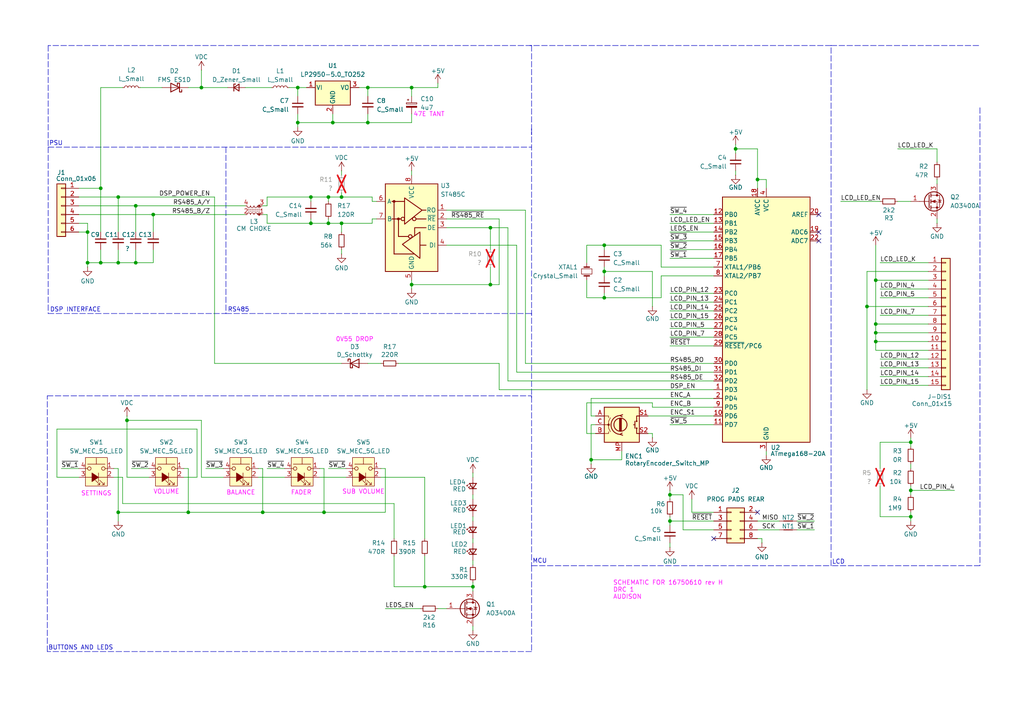
<source format=kicad_sch>
(kicad_sch (version 20231120) (generator "eeschema") (generator_version "8.0")
  (paper "A4")
  (title_block (title "Audison DRC 1") (date "27-08-2024") (rev "A") (company "Jaime Sequeira"))
  (junction (at 171.45 133.35))
  (junction (at 123.19 170.18))
  (junction (at 119.38 82.55))
  (junction (at 175.26 71.12))
  (junction (at 39.37 76.2))
  (junction (at 213.36 43.18))
  (junction (at 264.16 142.24))
  (junction (at 90.17 57.15))
  (junction (at 194.31 143.51))
  (junction (at 95.25 57.15))
  (junction (at 29.21 54.61))
  (junction (at 95.25 64.77))
  (junction (at 25.4 67.31))
  (junction (at 34.29 148.59))
  (junction (at 86.36 35.56))
  (junction (at 142.24 66.04))
  (junction (at 254 93.98))
  (junction (at 194.31 151.13))
  (junction (at 36.83 121.92))
  (junction (at 99.06 57.15))
  (junction (at 86.36 25.4))
  (junction (at 34.29 76.2))
  (junction (at 54.61 148.59))
  (junction (at 58.42 25.4))
  (junction (at 25.4 76.2))
  (junction (at 106.68 35.56))
  (junction (at 264.16 149.86))
  (junction (at 96.52 35.56))
  (junction (at 219.71 52.07))
  (junction (at 119.38 25.4))
  (junction (at 99.06 64.77))
  (junction (at 29.21 76.2))
  (junction (at 90.17 64.77))
  (junction (at 251.46 88.9))
  (junction (at 93.98 148.59))
  (junction (at 44.45 62.23))
  (junction (at 106.68 25.4))
  (junction (at 34.29 57.15))
  (junction (at 39.37 59.69))
  (junction (at 142.24 82.55))
  (junction (at 254 81.28))
  (junction (at 264.16 128.27))
  (junction (at 254 96.52))
  (junction (at 175.26 86.36))
  (junction (at 137.16 170.18))
  (junction (at 254 99.06))
  (junction (at 76.2 148.59))
  (junction (at 175.26 78.74))
  (no_connect (at 207.01 156.21))
  (no_connect (at 237.49 69.85))
  (no_connect (at 219.71 148.59))
  (no_connect (at 237.49 67.31))
  (no_connect (at 237.49 62.23))
  (wire (pts (xy 119.38 81.28) (xy 119.38 82.55)))
  (wire (pts (xy 76.2 135.89) (xy 74.93 135.89)))
  (wire (pts (xy 170.18 86.36) (xy 170.18 81.28)))
  (wire (pts (xy 95.25 57.15) (xy 99.06 57.15)))
  (wire (pts (xy 77.47 64.77) (xy 90.17 64.77)))
  (wire (pts (xy 194.31 143.51) (xy 194.31 144.78)))
  (wire (pts (xy 254 93.98) (xy 254 81.28)))
  (wire (pts (xy 36.83 121.92) (xy 36.83 138.43)))
  (wire (pts (xy 144.78 82.55) (xy 144.78 63.5)))
  (wire (pts (xy 219.71 52.07) (xy 222.25 52.07)))
  (wire (pts (xy 194.31 97.79) (xy 207.01 97.79)))
  (wire (pts (xy 16.51 138.43) (xy 22.86 138.43)))
  (wire (pts (xy 269.24 88.9) (xy 251.46 88.9)))
  (wire (pts (xy 147.32 110.49) (xy 207.01 110.49)))
  (wire (pts (xy 36.83 138.43) (xy 43.18 138.43)))
  (wire (pts (xy 171.45 133.35) (xy 180.34 133.35)))
  (polyline (pts (xy 154.178 164.084) (xy 154.178 188.976)) (stroke (width 0) (type dash)))
  (wire (pts (xy 187.96 120.65) (xy 207.01 120.65)))
  (wire (pts (xy 198.12 143.51) (xy 194.31 143.51)))
  (wire (pts (xy 99.06 55.88) (xy 99.06 57.15)))
  (wire (pts (xy 254 71.12) (xy 254 81.28)))
  (wire (pts (xy 255.27 76.2) (xy 269.24 76.2)))
  (wire (pts (xy 231.14 151.13) (xy 236.22 151.13)))
  (wire (pts (xy 213.36 41.91) (xy 213.36 43.18)))
  (wire (pts (xy 149.86 107.95) (xy 207.01 107.95)))
  (wire (pts (xy 194.31 151.13) (xy 194.31 152.4)))
  (polyline (pts (xy 154.178 114.808) (xy 154.178 115.316)) (stroke (width 0) (type dash)))
  (wire (pts (xy 86.36 25.4) (xy 88.9 25.4)))
  (wire (pts (xy 22.86 54.61) (xy 29.21 54.61)))
  (wire (pts (xy 34.29 148.59) (xy 34.29 135.89)))
  (wire (pts (xy 104.14 25.4) (xy 106.68 25.4)))
  (wire (pts (xy 175.26 86.36) (xy 170.18 86.36)))
  (wire (pts (xy 53.34 138.43) (xy 57.15 138.43)))
  (wire (pts (xy 58.42 121.92) (xy 58.42 138.43)))
  (wire (pts (xy 107.95 64.77) (xy 107.95 63.5)))
  (wire (pts (xy 57.15 124.46) (xy 16.51 124.46)))
  (wire (pts (xy 194.31 72.39) (xy 207.01 72.39)))
  (wire (pts (xy 144.78 63.5) (xy 129.54 63.5)))
  (polyline (pts (xy 13.97 42.672) (xy 154.178 42.672)) (stroke (width 0) (type dash)))
  (wire (pts (xy 194.31 157.48) (xy 194.31 158.75)))
  (wire (pts (xy 39.37 76.2) (xy 44.45 76.2)))
  (wire (pts (xy 142.24 66.04) (xy 147.32 66.04)))
  (wire (pts (xy 95.25 57.15) (xy 95.25 58.42)))
  (wire (pts (xy 54.61 148.59) (xy 54.61 135.89)))
  (wire (pts (xy 119.38 49.53) (xy 119.38 50.8)))
  (wire (pts (xy 77.47 59.69) (xy 77.47 57.15)))
  (wire (pts (xy 189.23 118.11) (xy 189.23 116.84)))
  (wire (pts (xy 54.61 25.4) (xy 58.42 25.4)))
  (wire (pts (xy 264.16 127) (xy 264.16 128.27)))
  (wire (pts (xy 149.86 71.12) (xy 129.54 71.12)))
  (wire (pts (xy 171.45 115.57) (xy 207.01 115.57)))
  (wire (pts (xy 95.25 135.89) (xy 100.33 135.89)))
  (wire (pts (xy 54.61 135.89) (xy 53.34 135.89)))
  (wire (pts (xy 76.2 62.23) (xy 77.47 62.23)))
  (wire (pts (xy 90.17 57.15) (xy 95.25 57.15)))
  (wire (pts (xy 99.06 72.39) (xy 99.06 73.66)))
  (wire (pts (xy 58.42 138.43) (xy 64.77 138.43)))
  (wire (pts (xy 76.2 148.59) (xy 93.98 148.59)))
  (wire (pts (xy 191.77 77.47) (xy 191.77 71.12)))
  (wire (pts (xy 194.31 92.71) (xy 207.01 92.71)))
  (wire (pts (xy 119.38 33.02) (xy 119.38 35.56)))
  (wire (pts (xy 127 176.53) (xy 129.54 176.53)))
  (wire (pts (xy 114.3 146.05) (xy 114.3 156.21)))
  (polyline (pts (xy 154.178 13.208) (xy 153.67 13.208)) (stroke (width 0) (type dash)))
  (wire (pts (xy 17.78 135.89) (xy 22.86 135.89)))
  (wire (pts (xy 175.26 71.12) (xy 175.26 72.39)))
  (wire (pts (xy 152.4 60.96) (xy 129.54 60.96)))
  (wire (pts (xy 264.16 140.97) (xy 264.16 142.24)))
  (wire (pts (xy 170.18 71.12) (xy 175.26 71.12)))
  (wire (pts (xy 25.4 76.2) (xy 29.21 76.2)))
  (wire (pts (xy 93.98 148.59) (xy 111.76 148.59)))
  (wire (pts (xy 58.42 20.32) (xy 58.42 25.4)))
  (wire (pts (xy 99.06 67.31) (xy 99.06 64.77)))
  (wire (pts (xy 254 81.28) (xy 269.24 81.28)))
  (polyline (pts (xy 154.178 90.932) (xy 154.178 91.186)) (stroke (width 0) (type dash)))
  (wire (pts (xy 191.77 86.36) (xy 191.77 80.01)))
  (wire (pts (xy 34.29 57.15) (xy 34.29 67.31)))
  (wire (pts (xy 255.27 128.27) (xy 255.27 135.89)))
  (wire (pts (xy 189.23 125.73) (xy 187.96 125.73)))
  (wire (pts (xy 255.27 106.68) (xy 269.24 106.68)))
  (wire (pts (xy 34.29 72.39) (xy 34.29 76.2)))
  (wire (pts (xy 255.27 140.97) (xy 255.27 149.86)))
  (wire (pts (xy 264.16 142.24) (xy 264.16 143.51)))
  (wire (pts (xy 34.29 135.89) (xy 33.02 135.89)))
  (wire (pts (xy 40.64 25.4) (xy 46.99 25.4)))
  (wire (pts (xy 264.16 151.13) (xy 264.16 149.86)))
  (wire (pts (xy 255.27 83.82) (xy 269.24 83.82)))
  (wire (pts (xy 194.31 64.77) (xy 207.01 64.77)))
  (polyline (pts (xy 65.532 90.932) (xy 154.178 90.932)) (stroke (width 0) (type dash)))
  (wire (pts (xy 213.36 44.45) (xy 213.36 43.18)))
  (wire (pts (xy 99.06 49.53) (xy 99.06 50.8)))
  (wire (pts (xy 99.06 57.15) (xy 107.95 57.15)))
  (wire (pts (xy 90.17 63.5) (xy 90.17 64.77)))
  (wire (pts (xy 198.12 153.67) (xy 207.01 153.67)))
  (wire (pts (xy 62.23 105.41) (xy 99.06 105.41)))
  (wire (pts (xy 220.98 156.21) (xy 219.71 156.21)))
  (wire (pts (xy 220.98 157.48) (xy 220.98 156.21)))
  (wire (pts (xy 137.16 162.56) (xy 137.16 163.83)))
  (wire (pts (xy 77.47 135.89) (xy 82.55 135.89)))
  (wire (pts (xy 39.37 72.39) (xy 39.37 76.2)))
  (wire (pts (xy 93.98 148.59) (xy 93.98 135.89)))
  (wire (pts (xy 171.45 115.57) (xy 171.45 120.65)))
  (wire (pts (xy 170.18 116.84) (xy 170.18 125.73)))
  (wire (pts (xy 191.77 71.12) (xy 175.26 71.12)))
  (wire (pts (xy 74.93 138.43) (xy 82.55 138.43)))
  (wire (pts (xy 29.21 25.4) (xy 35.56 25.4)))
  (wire (pts (xy 22.86 67.31) (xy 25.4 67.31)))
  (polyline (pts (xy 241.046 164.084) (xy 241.046 13.208)) (stroke (width 0) (type dash)))
  (wire (pts (xy 219.71 52.07) (xy 219.71 43.18)))
  (wire (pts (xy 219.71 151.13) (xy 226.06 151.13)))
  (wire (pts (xy 137.16 149.86) (xy 137.16 151.13)))
  (wire (pts (xy 255.27 104.14) (xy 269.24 104.14)))
  (wire (pts (xy 251.46 88.9) (xy 251.46 113.03)))
  (wire (pts (xy 93.98 135.89) (xy 92.71 135.89)))
  (wire (pts (xy 144.78 82.55) (xy 142.24 82.55)))
  (wire (pts (xy 71.12 25.4) (xy 78.74 25.4)))
  (wire (pts (xy 137.16 168.91) (xy 137.16 170.18)))
  (wire (pts (xy 111.76 148.59) (xy 111.76 135.89)))
  (wire (pts (xy 111.76 176.53) (xy 121.92 176.53)))
  (wire (pts (xy 255.27 149.86) (xy 264.16 149.86)))
  (wire (pts (xy 119.38 25.4) (xy 119.38 27.94)))
  (wire (pts (xy 123.19 170.18) (xy 137.16 170.18)))
  (wire (pts (xy 254 96.52) (xy 254 93.98)))
  (wire (pts (xy 137.16 137.16) (xy 137.16 138.43)))
  (wire (pts (xy 107.95 63.5) (xy 109.22 63.5)))
  (wire (pts (xy 219.71 54.61) (xy 219.71 52.07)))
  (wire (pts (xy 269.24 96.52) (xy 254 96.52)))
  (polyline (pts (xy 154.178 164.084) (xy 241.046 164.084)) (stroke (width 0) (type dash)))
  (wire (pts (xy 264.16 148.59) (xy 264.16 149.86)))
  (wire (pts (xy 170.18 76.2) (xy 170.18 71.12)))
  (wire (pts (xy 58.42 25.4) (xy 66.04 25.4)))
  (wire (pts (xy 57.15 138.43) (xy 57.15 124.46)))
  (wire (pts (xy 251.46 78.74) (xy 269.24 78.74)))
  (wire (pts (xy 175.26 86.36) (xy 191.77 86.36)))
  (wire (pts (xy 106.68 105.41) (xy 110.49 105.41)))
  (wire (pts (xy 264.16 128.27) (xy 255.27 128.27)))
  (wire (pts (xy 175.26 77.47) (xy 175.26 78.74)))
  (wire (pts (xy 36.83 120.65) (xy 36.83 121.92)))
  (wire (pts (xy 194.31 87.63) (xy 207.01 87.63)))
  (wire (pts (xy 144.78 113.03) (xy 207.01 113.03)))
  (polyline (pts (xy 65.532 42.672) (xy 65.532 90.932)) (stroke (width 0) (type dash)))
  (wire (pts (xy 260.35 58.42) (xy 264.16 58.42)))
  (wire (pts (xy 129.54 66.04) (xy 142.24 66.04)))
  (wire (pts (xy 255.27 91.44) (xy 269.24 91.44)))
  (wire (pts (xy 123.19 138.43) (xy 123.19 156.21)))
  (wire (pts (xy 194.31 149.86) (xy 194.31 151.13)))
  (polyline (pts (xy 284.226 31.242) (xy 284.226 164.084)) (stroke (width 0) (type dash)))
  (wire (pts (xy 189.23 116.84) (xy 170.18 116.84)))
  (wire (pts (xy 29.21 72.39) (xy 29.21 76.2)))
  (wire (pts (xy 194.31 95.25) (xy 207.01 95.25)))
  (wire (pts (xy 269.24 99.06) (xy 254 99.06)))
  (polyline (pts (xy 13.716 188.976) (xy 13.716 114.808)) (stroke (width 0) (type dash)))
  (wire (pts (xy 86.36 25.4) (xy 86.36 27.94)))
  (wire (pts (xy 29.21 54.61) (xy 29.21 25.4)))
  (wire (pts (xy 276.86 142.24) (xy 264.16 142.24)))
  (polyline (pts (xy 154.178 37.338) (xy 154.178 164.084)) (stroke (width 0) (type dash)))
  (wire (pts (xy 114.3 170.18) (xy 123.19 170.18)))
  (wire (pts (xy 29.21 67.31) (xy 29.21 54.61)))
  (wire (pts (xy 114.3 161.29) (xy 114.3 170.18)))
  (wire (pts (xy 106.68 25.4) (xy 119.38 25.4)))
  (wire (pts (xy 147.32 66.04) (xy 147.32 110.49)))
  (wire (pts (xy 127 24.13) (xy 127 25.4)))
  (wire (pts (xy 16.51 124.46) (xy 16.51 138.43)))
  (wire (pts (xy 34.29 57.15) (xy 62.23 57.15)))
  (wire (pts (xy 194.31 74.93) (xy 207.01 74.93)))
  (wire (pts (xy 198.12 143.51) (xy 198.12 153.67)))
  (wire (pts (xy 194.31 90.17) (xy 207.01 90.17)))
  (wire (pts (xy 194.31 67.31) (xy 207.01 67.31)))
  (wire (pts (xy 33.02 138.43) (xy 35.56 138.43)))
  (wire (pts (xy 76.2 148.59) (xy 76.2 135.89)))
  (wire (pts (xy 194.31 69.85) (xy 207.01 69.85)))
  (wire (pts (xy 22.86 57.15) (xy 34.29 57.15)))
  (wire (pts (xy 271.78 63.5) (xy 271.78 64.77)))
  (wire (pts (xy 271.78 43.18) (xy 271.78 46.99)))
  (wire (pts (xy 180.34 130.81) (xy 180.34 133.35)))
  (wire (pts (xy 35.56 146.05) (xy 114.3 146.05)))
  (wire (pts (xy 255.27 111.76) (xy 269.24 111.76)))
  (wire (pts (xy 25.4 67.31) (xy 25.4 76.2)))
  (wire (pts (xy 271.78 52.07) (xy 271.78 53.34)))
  (polyline (pts (xy 154.178 13.208) (xy 13.97 13.208)) (stroke (width 0) (type dash)))
  (wire (pts (xy 194.31 123.19) (xy 207.01 123.19)))
  (wire (pts (xy 251.46 78.74) (xy 251.46 88.9)))
  (wire (pts (xy 62.23 57.15) (xy 62.23 105.41)))
  (wire (pts (xy 119.38 25.4) (xy 127 25.4)))
  (wire (pts (xy 194.31 142.24) (xy 194.31 143.51)))
  (wire (pts (xy 175.26 85.09) (xy 175.26 86.36)))
  (wire (pts (xy 189.23 118.11) (xy 207.01 118.11)))
  (wire (pts (xy 260.35 43.18) (xy 271.78 43.18)))
  (wire (pts (xy 44.45 67.31) (xy 44.45 62.23)))
  (wire (pts (xy 194.31 85.09) (xy 207.01 85.09)))
  (wire (pts (xy 222.25 130.81) (xy 222.25 132.08)))
  (wire (pts (xy 222.25 52.07) (xy 222.25 54.61)))
  (wire (pts (xy 95.25 64.77) (xy 99.06 64.77)))
  (wire (pts (xy 123.19 161.29) (xy 123.19 170.18)))
  (wire (pts (xy 59.69 135.89) (xy 64.77 135.89)))
  (wire (pts (xy 106.68 35.56) (xy 119.38 35.56)))
  (wire (pts (xy 191.77 80.01) (xy 207.01 80.01)))
  (wire (pts (xy 90.17 64.77) (xy 95.25 64.77)))
  (wire (pts (xy 137.16 181.61) (xy 137.16 182.88)))
  (wire (pts (xy 39.37 67.31) (xy 39.37 59.69)))
  (wire (pts (xy 152.4 105.41) (xy 207.01 105.41)))
  (wire (pts (xy 200.66 144.78) (xy 200.66 148.59)))
  (wire (pts (xy 106.68 35.56) (xy 96.52 35.56)))
  (wire (pts (xy 38.1 135.89) (xy 43.18 135.89)))
  (polyline (pts (xy 13.97 90.932) (xy 65.532 90.932)) (stroke (width 0) (type dash)))
  (wire (pts (xy 25.4 64.77) (xy 25.4 67.31)))
  (polyline (pts (xy 13.716 114.808) (xy 154.178 114.808)) (stroke (width 0) (type dash)))
  (wire (pts (xy 107.95 64.77) (xy 99.06 64.77)))
  (wire (pts (xy 172.72 123.19) (xy 171.45 123.19)))
  (wire (pts (xy 254 99.06) (xy 254 96.52)))
  (wire (pts (xy 264.16 134.62) (xy 264.16 135.89)))
  (wire (pts (xy 39.37 59.69) (xy 71.12 59.69)))
  (wire (pts (xy 96.52 33.02) (xy 96.52 35.56)))
  (wire (pts (xy 170.18 125.73) (xy 172.72 125.73)))
  (wire (pts (xy 119.38 82.55) (xy 119.38 83.82)))
  (wire (pts (xy 34.29 151.13) (xy 34.29 148.59)))
  (wire (pts (xy 269.24 101.6) (xy 254 101.6)))
  (wire (pts (xy 95.25 63.5) (xy 95.25 64.77)))
  (wire (pts (xy 171.45 123.19) (xy 171.45 133.35)))
  (wire (pts (xy 152.4 105.41) (xy 152.4 60.96)))
  (wire (pts (xy 90.17 58.42) (xy 90.17 57.15)))
  (wire (pts (xy 189.23 127) (xy 189.23 125.73)))
  (wire (pts (xy 189.23 78.74) (xy 175.26 78.74)))
  (wire (pts (xy 119.38 82.55) (xy 142.24 82.55)))
  (wire (pts (xy 255.27 86.36) (xy 269.24 86.36)))
  (wire (pts (xy 110.49 138.43) (xy 123.19 138.43)))
  (wire (pts (xy 269.24 93.98) (xy 254 93.98)))
  (wire (pts (xy 219.71 153.67) (xy 226.06 153.67)))
  (wire (pts (xy 243.84 58.42) (xy 255.27 58.42)))
  (wire (pts (xy 77.47 57.15) (xy 90.17 57.15)))
  (polyline (pts (xy 13.97 42.672) (xy 13.97 90.932)) (stroke (width 0) (type dash)))
  (wire (pts (xy 77.47 62.23) (xy 77.47 64.77)))
  (wire (pts (xy 200.66 148.59) (xy 207.01 148.59)))
  (wire (pts (xy 107.95 58.42) (xy 109.22 58.42)))
  (wire (pts (xy 34.29 148.59) (xy 54.61 148.59)))
  (wire (pts (xy 137.16 143.51) (xy 137.16 144.78)))
  (wire (pts (xy 107.95 57.15) (xy 107.95 58.42)))
  (wire (pts (xy 25.4 76.2) (xy 25.4 77.47)))
  (wire (pts (xy 86.36 35.56) (xy 86.36 36.83)))
  (polyline (pts (xy 13.97 13.208) (xy 13.97 42.672)) (stroke (width 0) (type dash)))
  (wire (pts (xy 44.45 62.23) (xy 71.12 62.23)))
  (wire (pts (xy 144.78 105.41) (xy 144.78 113.03)))
  (wire (pts (xy 44.45 76.2) (xy 44.45 72.39)))
  (wire (pts (xy 207.01 77.47) (xy 191.77 77.47)))
  (wire (pts (xy 54.61 148.59) (xy 76.2 148.59)))
  (wire (pts (xy 86.36 35.56) (xy 96.52 35.56)))
  (wire (pts (xy 22.86 64.77) (xy 25.4 64.77)))
  (wire (pts (xy 264.16 128.27) (xy 264.16 129.54)))
  (wire (pts (xy 22.86 62.23) (xy 44.45 62.23)))
  (wire (pts (xy 149.86 107.95) (xy 149.86 71.12)))
  (polyline (pts (xy 154.178 13.208) (xy 154.178 39.116)) (stroke (width 0) (type dash)))
  (wire (pts (xy 175.26 78.74) (xy 175.26 80.01)))
  (wire (pts (xy 254 101.6) (xy 254 99.06)))
  (wire (pts (xy 194.31 100.33) (xy 207.01 100.33)))
  (polyline (pts (xy 241.046 13.208) (xy 154.178 13.208)) (stroke (width 0) (type dash)))
  (wire (pts (xy 171.45 120.65) (xy 172.72 120.65)))
  (wire (pts (xy 22.86 59.69) (xy 39.37 59.69)))
  (polyline (pts (xy 154.178 188.976) (xy 13.716 188.976)) (stroke (width 0) (type dash)))
  (wire (pts (xy 142.24 77.47) (xy 142.24 82.55)))
  (wire (pts (xy 255.27 109.22) (xy 269.24 109.22)))
  (wire (pts (xy 111.76 135.89) (xy 110.49 135.89)))
  (wire (pts (xy 189.23 88.9) (xy 189.23 78.74)))
  (wire (pts (xy 231.14 153.67) (xy 236.22 153.67)))
  (wire (pts (xy 137.16 170.18) (xy 137.16 171.45)))
  (wire (pts (xy 92.71 138.43) (xy 100.33 138.43)))
  (wire (pts (xy 115.57 105.41) (xy 144.78 105.41)))
  (wire (pts (xy 106.68 33.02) (xy 106.68 35.56)))
  (wire (pts (xy 213.36 49.53) (xy 213.36 50.8)))
  (polyline (pts (xy 284.226 164.084) (xy 241.046 164.084)) (stroke (width 0) (type dash)))
  (wire (pts (xy 171.45 133.35) (xy 171.45 134.62)))
  (wire (pts (xy 213.36 43.18) (xy 219.71 43.18)))
  (wire (pts (xy 86.36 33.02) (xy 86.36 35.56)))
  (wire (pts (xy 36.83 121.92) (xy 58.42 121.92)))
  (wire (pts (xy 76.2 59.69) (xy 77.47 59.69)))
  (wire (pts (xy 106.68 25.4) (xy 106.68 27.94)))
  (wire (pts (xy 194.31 151.13) (xy 207.01 151.13)))
  (wire (pts (xy 29.21 76.2) (xy 34.29 76.2)))
  (wire (pts (xy 137.16 156.21) (xy 137.16 157.48)))
  (wire (pts (xy 142.24 72.39) (xy 142.24 66.04)))
  (polyline (pts (xy 241.046 13.208) (xy 284.226 13.208)) (stroke (width 0) (type dash)))
  (wire (pts (xy 35.56 138.43) (xy 35.56 146.05)))
  (wire (pts (xy 34.29 76.2) (xy 39.37 76.2)))
  (wire (pts (xy 83.82 25.4) (xy 86.36 25.4)))
  (wire (pts (xy 194.31 62.23) (xy 207.01 62.23)))
  (text "VOLUME" (at 48.26 142.748 0) (effects (font (size 1.27 1.27))))
  (text "RS485" (at 66.04 89.916 0) (effects (font (size 1.27 1.27)) (justify left)))
  (text "SUB VOLUME" (at 105.41 142.748 0) (effects (font (size 1.27 1.27))))
  (text "SETTINGS" (at 27.94 143.256 0) (effects (font (size 1.27 1.27))))
  (text "BUTTONS AND LEDS" (at 13.97 187.96 0) (effects (font (size 1.27 1.27)) (justify left)))
  (text "SCHEMATIC FOR 16750610 rev H\nDRC 1\nAUDISON" (at 177.8 171.196 0) (effects (font (size 1.27 1.27)) (justify left)))
  (text "MCU" (at 154.432 162.814 0) (effects (font (size 1.27 1.27)) (justify left)))
  (text "BALANCE" (at 69.85 143.002 0) (effects (font (size 1.27 1.27))))
  (text "PSU" (at 14.224 41.656 0) (effects (font (size 1.27 1.27)) (justify left)))
  (text "DSP INTERFACE" (at 14.478 89.916 0) (effects (font (size 1.27 1.27)) (justify left)))
  (text "FADER" (at 87.376 143.002 0) (effects (font (size 1.27 1.27))))
  (text "LCD " (at 241.3 163.068 0) (effects (font (size 1.27 1.27)) (justify left)))
  (label "LCD_LED_K" (at 260.35 43.18 0))
  (label "LCD_LED_EN" (at 194.31 64.77 0))
  (label "RS485_DI" (at 194.31 107.95 0))
  (label "~{SW_3}" (at 194.31 69.85 0))
  (label "~{SW_5}" (at 95.25 135.89 0))
  (label "DSP_EN" (at 194.31 113.03 0))
  (label "ENC_B" (at 194.31 118.11 0))
  (label "LCD_PIN_5" (at 255.27 86.36 0))
  (label "LCD_PIN_12" (at 194.31 85.09 0))
  (label "LCD_PIN_15" (at 194.31 92.71 0))
  (label "RS485_A{slash}Y" (at 60.96 59.69 180))
  (label "LCD_PIN_12" (at 255.27 104.14 0))
  (label "ENC_S1" (at 194.31 120.65 0))
  (label "LCD_PIN_4" (at 255.27 83.82 0))
  (label "LCD_PIN_7" (at 255.27 91.44 0))
  (label "SCK" (at 220.98 153.67 0))
  (label "~{SW_2}" (at 194.31 72.39 0))
  (label "LCD_PIN_14" (at 255.27 109.22 0))
  (label "~{SW_1}" (at 17.78 135.89 0))
  (label "MISO" (at 220.98 151.13 0))
  (label "RS485_DE" (at 194.31 110.49 0))
  (label "~{RESET}" (at 200.66 151.13 0))
  (label "DSP_POWER_EN" (at 60.96 57.15 180))
  (label "~{SW_2}" (at 236.22 151.13 180))
  (label "RS485_RO" (at 194.31 105.41 0))
  (label "LCD_PIN_5" (at 194.31 95.25 0))
  (label "~{SW_1}" (at 194.31 74.93 0))
  (label "RS485_B{slash}Z" (at 60.96 62.23 180))
  (label "~{SW_3}" (at 59.69 135.89 0))
  (label "LEDS_EN" (at 194.31 67.31 0))
  (label "~{SW_5}" (at 194.31 123.19 0))
  (label "~{RESET}" (at 194.31 100.33 0))
  (label "ENC_A" (at 194.31 115.57 0))
  (label "LCD_PIN_7" (at 194.31 97.79 0))
  (label "~{RS485_RE}" (at 130.81 63.5 0))
  (label "LCD_LED_K" (at 255.27 76.2 0))
  (label "LCD_LED_EN" (at 243.84 58.42 0))
  (label "~{SW_4}" (at 194.31 62.23 0))
  (label "~{SW_1}" (at 236.22 153.67 180))
  (label "~{SW_4}" (at 77.47 135.89 0))
  (label "LCD_PIN_4" (at 276.86 142.24 180))
  (label "LCD_PIN_15" (at 255.27 111.76 0))
  (label "LCD_PIN_14" (at 194.31 90.17 0))
  (label "LCD_PIN_13" (at 194.31 87.63 0))
  (label "LCD_PIN_13" (at 255.27 106.68 0))
  (label "LEDS_EN" (at 111.76 176.53 0))
  (label "~{SW_2}" (at 38.1 135.89 0))
  (symbol (lib_id "Device:R_Small") (at 264.16 132.08 0) (mirror y) (unit 1)
    (property "Reference" "R3" (at 261.62 130.8099 0) (effects (justify left)))
    (property "Value" "0R" (at 261.62 133.3499 0) (effects (justify left)))
    (property "Description" "Resistor, small symbol" (effects (hide yes)))
  )
  (symbol (lib_id "power:+5V") (at 254 71.12 0) (mirror y) (unit 1)
    (property "Reference" "#PWR019" (effects (hide yes)))
    (property "Value" "+5V" (at 254 67.564 0))
    (property "Description" "Power symbol creates a global label with name \"+5V\"" (effects (hide yes)))
  )
  (symbol (lib_id "Switch:SW_MEC_5G_LED") (at 27.94 138.43 0) (mirror y) (unit 1)
    (property "Reference" "SW1" (at 27.94 128.27 0))
    (property "Value" "SW_MEC_5G_LED" (at 27.94 130.81 0))
    (property "Datasheet" "http://www.apem.com/int/index.php?controller=attachment&id_attachment=488" (effects (hide yes)))
    (property "Description" "MEC 5G single pole normally-open illuminated tactile switch" (effects (hide yes)))
  )
  (symbol (lib_id "Connector_Generic:Conn_01x06") (at 17.78 59.69 0) (mirror y) (unit 1)
    (property "Reference" "J1" (at 17.78 50.038 0))
    (property "Value" "Conn_01x06" (at 22.098 51.816 0))
    (property "Description" "Generic connector, single row, 01x06, script generated (kicad-library-utils/schlib/autogen/connector/)" (effects (hide yes)))
  )
  (symbol (lib_id "Device:C_Small") (at 39.37 69.85 0) (unit 1)
    (property "Reference" "C12" (at 35.306 68.072 0) (effects (justify left)))
    (property "Value" "C_Small" (effects (hide yes)))
    (property "Description" "Unpolarized capacitor, small symbol" (effects (hide yes)))
  )
  (symbol (lib_id "Device:D_Schottky") (at 102.87 105.41 0) (unit 1)
    (property "Reference" "D3" (at 102.87 100.584 0))
    (property "Value" "D_Schottky" (at 102.87 102.87 0))
    (property "Description" "Schottky diode" (effects (hide yes)))
    (property "VDrop" "0V55 DROP" (at 102.87 98.298 0))
  )
  (symbol (lib_id "power:VDC") (at 200.66 144.78 0) (unit 1)
    (property "Reference" "#PWR024" (effects (hide yes)))
    (property "Value" "VDC" (at 200.66 140.97 0))
    (property "Description" "Power symbol creates a global label with name \"VDC\"" (effects (hide yes)))
  )
  (symbol (lib_id "Device:C_Small") (at 44.45 69.85 0) (unit 1)
    (property "Reference" "C13" (at 40.132 68.072 0) (effects (justify left)))
    (property "Value" "?" (at 36.322 72.136 0) (effects (justify left)))
    (property "Description" "Unpolarized capacitor, small symbol" (effects (hide yes)))
  )
  (symbol (lib_id "Device:D_Schottky") (at 50.8 25.4 180) (unit 1)
    (property "Reference" "D2" (at 50.546 20.574 0))
    (property "Value" "FMS ES1D" (at 50.546 23.114 0))
    (property "Description" "Schottky diode" (effects (hide yes)))
  )
  (symbol (lib_id "power:GND") (at 119.38 83.82 0) (unit 1)
    (property "Reference" "#PWR010" (effects (hide yes)))
    (property "Value" "GND" (at 119.38 87.63 0))
    (property "Description" "Power symbol creates a global label with name \"GND\" , ground" (effects (hide yes)))
  )
  (symbol (lib_id "power:GND") (at 137.16 182.88 0) (unit 1)
    (property "Reference" "#PWR016" (effects (hide yes)))
    (property "Value" "GND" (at 137.16 186.69 0))
    (property "Description" "Power symbol creates a global label with name \"GND\" , ground" (effects (hide yes)))
  )
  (symbol (lib_id "Device:R_Small") (at 114.3 158.75 0) (mirror y) (unit 1)
    (property "Reference" "R14" (at 111.76 157.4799 0) (effects (justify left)))
    (property "Value" "470R" (at 111.76 160.0199 0) (effects (justify left)))
    (property "Description" "Resistor, small symbol" (effects (hide yes)))
  )
  (symbol (lib_id "power:+5V") (at 127 24.13 0) (unit 1)
    (property "Reference" "#PWR03" (effects (hide yes)))
    (property "Value" "+5V" (at 127 20.574 0))
    (property "Description" "Power symbol creates a global label with name \"+5V\"" (effects (hide yes)))
  )
  (symbol (lib_id "Device:R_Small") (at 99.06 69.85 0) (mirror y) (unit 1)
    (property "Reference" "R8" (at 96.52 68.5799 0) (effects (justify left)))
    (property "Value" "56k" (at 96.52 71.1199 0) (effects (justify left)))
    (property "Description" "Resistor, small symbol" (effects (hide yes)))
  )
  (symbol (lib_id "power:GND") (at 222.25 132.08 0) (mirror y) (unit 1)
    (property "Reference" "#PWR07" (effects (hide yes)))
    (property "Value" "GND" (at 222.25 135.636 0))
    (property "Description" "Power symbol creates a global label with name \"GND\" , ground" (effects (hide yes)))
  )
  (symbol (lib_id "power:GND") (at 271.78 64.77 0) (unit 1)
    (property "Reference" "#PWR017" (effects (hide yes)))
    (property "Value" "GND" (at 271.78 68.58 0))
    (property "Description" "Power symbol creates a global label with name \"GND\" , ground" (effects (hide yes)))
  )
  (symbol (lib_id "power:VDC") (at 58.42 20.32 0) (unit 1)
    (property "Reference" "#PWR02" (effects (hide yes)))
    (property "Value" "VDC" (at 58.42 16.51 0))
    (property "Description" "Power symbol creates a global label with name \"VDC\"" (effects (hide yes)))
  )
  (symbol (lib_id "power:+5V") (at 213.36 41.91 0) (mirror y) (unit 1)
    (property "Reference" "#PWR06" (effects (hide yes)))
    (property "Value" "+5V" (at 213.36 38.354 0))
    (property "Description" "Power symbol creates a global label with name \"+5V\"" (effects (hide yes)))
  )
  (symbol (lib_id "power:GND") (at 34.29 151.13 0) (unit 1)
    (property "Reference" "#PWR023" (effects (hide yes)))
    (property "Value" "GND" (at 34.29 154.94 0))
    (property "Description" "Power symbol creates a global label with name \"GND\" , ground" (effects (hide yes)))
  )
  (symbol (lib_id "Device:R_Small") (at 271.78 49.53 0) (mirror y) (unit 1)
    (property "Reference" "R2" (at 269.24 48.2599 0) (effects (justify left)))
    (property "Value" "47R" (at 269.24 50.7999 0) (effects (justify left)))
    (property "Description" "Resistor, small symbol" (effects (hide yes)))
  )
  (symbol (lib_id "Connector_Generic:Conn_02x04_Odd_Even") (at 212.09 151.13 0) (unit 1)
    (property "Reference" "J2" (at 213.36 142.24 0))
    (property "Value" "PROG PADS REAR" (at 213.36 144.78 0))
    (property "Description" "Generic connector, double row, 02x04, odd/even pin numbering scheme (row 1 odd numbers, row 2 even numbers), script generated (kicad-library-utils/schlib/autogen/connector/)" (effects (hide yes)))
  )
  (symbol (lib_id "Device:LED_Small") (at 137.16 160.02 90) (unit 1)
    (property "Reference" "LED2" (at 133.223 157.861 90))
    (property "Value" "RED" (at 133.35 159.9565 90))
    (property "Description" "Light emitting diode, small symbol" (effects (hide yes)))
  )
  (symbol (lib_id "Device:L_Ferrite_Coupled_Small") (at 73.66 60.96 180) (unit 1)
    (property "Reference" "L3" (at 73.66 64.262 0))
    (property "Value" "CM CHOKE" (at 73.66 66.294 0))
    (property "Description" "Coupled inductor with ferrite core, small symbol" (effects (hide yes)))
  )
  (symbol (lib_id "Device:C_Small") (at 34.29 69.85 0) (mirror y) (unit 1)
    (property "Reference" "C11" (at 34.29 68.072 0) (effects (justify left)))
    (property "Value" "C_Small" (effects (hide yes)))
    (property "Description" "Unpolarized capacitor, small symbol" (effects (hide yes)))
  )
  (symbol (lib_id "Device:R_Small") (at 95.25 60.96 0) (unit 1)
    (property "Reference" "R17" (at 97.79 59.6899 0) (effects (justify left)))
    (property "Value" "120R" (at 97.79 62.2299 0) (effects (justify left)))
    (property "Description" "Resistor, small symbol" (effects (hide yes)))
  )
  (symbol (lib_id "power:GND") (at 189.23 88.9 0) (mirror y) (unit 1)
    (property "Reference" "#PWR04" (effects (hide yes)))
    (property "Value" "GND" (at 189.23 92.456 0))
    (property "Description" "Power symbol creates a global label with name \"GND\" , ground" (effects (hide yes)))
  )
  (symbol (lib_id "Device:R_Small") (at 194.31 147.32 180) (unit 1)
    (property "Reference" "R6" (at 191.643 146.177 0))
    (property "Value" "10k" (at 190.373 148.209 0))
    (property "Description" "Resistor, small symbol" (effects (hide yes)))
  )
  (symbol (lib_id "Device:R_Small") (at 264.16 138.43 0) (mirror y) (unit 1)
    (property "Reference" "R2" (at 261.62 137.1599 0) (effects (justify left)))
    (property "Value" "10k" (at 261.62 139.6999 0) (effects (justify left)))
    (property "Description" "Resistor, small symbol" (effects (hide yes)))
  )
  (symbol (lib_id "Transistor_FET:AO3400A") (at 269.24 58.42 0) (unit 1)
    (property "Reference" "Q2" (at 275.59 57.1499 0) (effects (justify left)))
    (property "Value" "AO3400A" (at 275.59 59.6899 0) (effects (justify left)))
    (property "Footprint" "Package_TO_SOT_SMD:SOT-23" (effects (hide yes)))
    (property "Datasheet" "http://www.aosmd.com/pdfs/datasheet/AO3400A.pdf" (effects (hide yes)))
    (property "Description" "30V Vds, 5.7A Id, N-Channel MOSFET, SOT-23" (effects (hide yes)))
  )
  (symbol (lib_id "power:GND") (at 99.06 73.66 0) (unit 1)
    (property "Reference" "#PWR011" (effects (hide yes)))
    (property "Value" "GND" (at 99.06 77.724 0))
    (property "Description" "Power symbol creates a global label with name \"GND\" , ground" (effects (hide yes)))
  )
  (symbol (lib_id "Switch:SW_MEC_5G_LED") (at 69.85 138.43 0) (mirror y) (unit 1)
    (property "Reference" "SW3" (at 69.85 128.27 0))
    (property "Value" "SW_MEC_5G_LED" (at 69.85 130.81 0))
    (property "Datasheet" "http://www.apem.com/int/index.php?controller=attachment&id_attachment=488" (effects (hide yes)))
    (property "Description" "MEC 5G single pole normally-open illuminated tactile switch" (effects (hide yes)))
  )
  (symbol (lib_id "Device:D_Zener_Small") (at 68.58 25.4 0) (unit 1)
    (property "Reference" "D1" (at 68.58 20.574 0))
    (property "Value" "D_Zener_Small" (at 68.58 23.114 0))
    (property "Description" "Zener diode, small symbol" (effects (hide yes)))
  )
  (symbol (lib_id "power:+5V") (at 119.38 49.53 0) (unit 1)
    (property "Reference" "#PWR013" (effects (hide yes)))
    (property "Value" "+5V" (at 119.38 45.974 0))
    (property "Description" "Power symbol creates a global label with name \"+5V\"" (effects (hide yes)))
  )
  (symbol (lib_id "power:VDC") (at 99.06 49.53 0) (unit 1)
    (property "Reference" "#PWR012" (effects (hide yes)))
    (property "Value" "VDC" (at 99.06 45.72 0))
    (property "Description" "Power symbol creates a global label with name \"VDC\"" (effects (hide yes)))
  )
  (symbol (lib_id "Device:C_Small") (at 194.31 154.94 0) (mirror x) (unit 1)
    (property "Reference" "C5" (at 191.77 153.6635 0) (effects (justify right)))
    (property "Value" "C_Small" (at 191.77 156.2035 0) (effects (justify right)))
    (property "Description" "Unpolarized capacitor, small symbol" (effects (hide yes)))
  )
  (symbol (lib_id "Device:L_Small") (at 38.1 25.4 90) (unit 1)
    (property "Reference" "L2" (at 38.1 20.32 90))
    (property "Value" "L_Small" (at 38.1 22.86 90))
    (property "Description" "Inductor, small symbol" (effects (hide yes)))
  )
  (symbol (lib_id "Device:L_Small") (at 81.28 25.4 90) (unit 1)
    (property "Reference" "L1" (at 81.28 20.574 90))
    (property "Value" "L_Small" (at 81.28 23.114 90))
    (property "Description" "Inductor, small symbol" (effects (hide yes)))
  )
  (symbol (lib_id "Device:R_Small") (at 264.16 146.05 0) (mirror y) (unit 1)
    (property "Reference" "R4" (at 261.62 144.7799 0) (effects (justify left)))
    (property "Value" "1M9" (at 261.62 147.3199 0) (effects (justify left)))
    (property "Description" "Resistor, small symbol" (effects (hide yes)))
  )
  (symbol (lib_id "Device:Crystal_Small") (at 170.18 78.74 270) (mirror x) (unit 1)
    (property "Reference" "XTAL1" (at 167.64 77.4699 90) (effects (justify right)))
    (property "Value" "Crystal_Small" (at 167.64 80.0099 90) (effects (justify right)))
    (property "Description" "Two pin crystal, small symbol" (effects (hide yes)))
  )
  (symbol (lib_id "Device:LED_Small") (at 137.16 147.32 90) (unit 1)
    (property "Reference" "LED3" (at 132.969 145.923 90))
    (property "Value" "RED" (at 133.223 147.955 90))
    (property "Description" "Light emitting diode, small symbol" (effects (hide yes)))
  )
  (symbol (lib_id "Device:R_Small") (at 123.19 158.75 0) (mirror y) (unit 1)
    (property "Reference" "R15" (at 120.65 157.4799 0) (effects (justify left)))
    (property "Value" "390R" (at 120.65 160.0199 0) (effects (justify left)))
    (property "Description" "Resistor, small symbol" (effects (hide yes)))
  )
  (symbol (lib_id "power:VDC") (at 137.16 137.16 0) (unit 1)
    (property "Reference" "#PWR015" (effects (hide yes)))
    (property "Value" "VDC" (at 137.16 133.35 0))
    (property "Description" "Power symbol creates a global label with name \"VDC\"" (effects (hide yes)))
  )
  (symbol (lib_id "Device:R_Small") (at 124.46 176.53 270) (unit 1)
    (property "Reference" "R16" (at 124.46 181.356 90))
    (property "Value" "2k2" (at 124.46 179.07 90))
    (property "Description" "Resistor, small symbol" (effects (hide yes)))
  )
  (symbol (lib_id "Device:C_Small") (at 86.36 30.48 0) (mirror y) (unit 1)
    (property "Reference" "C7" (at 83.82 29.2162 0) (effects (justify left)))
    (property "Value" "C_Small" (at 83.82 31.7562 0) (effects (justify left)))
    (property "Description" "Unpolarized capacitor, small symbol" (effects (hide yes)))
  )
  (symbol (lib_id "Device:LED_Small") (at 137.16 153.67 90) (unit 1)
    (property "Reference" "LED1" (at 132.969 152.527 90))
    (property "Value" "RED" (at 133.223 154.305 90))
    (property "Description" "Light emitting diode, small symbol" (effects (hide yes)))
  )
  (symbol (lib_id "Transistor_FET:AO3400A") (at 134.62 176.53 0) (unit 1)
    (property "Reference" "Q1" (at 140.97 175.2599 0) (effects (justify left)))
    (property "Value" "AO3400A" (at 140.97 177.7999 0) (effects (justify left)))
    (property "Footprint" "Package_TO_SOT_SMD:SOT-23" (effects (hide yes)))
    (property "Datasheet" "http://www.aosmd.com/pdfs/datasheet/AO3400A.pdf" (effects (hide yes)))
    (property "Description" "30V Vds, 5.7A Id, N-Channel MOSFET, SOT-23" (effects (hide yes)))
  )
  (symbol (lib_id "Device:NetTie_2") (at 228.6 151.13 0) (unit 1) (in_bom no)
    (property "Reference" "NT2" (at 228.6 150.114 0))
    (property "Value" "NetTie_2" (effects (hide yes)))
    (property "Description" "Net tie, 2 pins" (effects (hide yes)))
  )
  (symbol (lib_id "power:VDC") (at 36.83 120.65 0) (unit 1)
    (property "Reference" "#PWR022" (effects (hide yes)))
    (property "Value" "VDC" (at 36.83 116.84 0))
    (property "Description" "Power symbol creates a global label with name \"VDC\"" (effects (hide yes)))
  )
  (symbol (lib_id "MCU_Microchip_ATmega:ATmega168-20A") (at 222.25 92.71 0) (mirror y) (unit 1)
    (property "Reference" "U2" (at 226.314 129.794 0) (effects (justify left)))
    (property "Value" "ATmega168-20A" (at 239.522 131.572 0) (effects (justify left)))
    (property "Footprint" "Package_QFP:TQFP-32_7x7mm_P0.8mm" (effects (hide yes)))
    (property "Datasheet" "http://ww1.microchip.com/downloads/en/DeviceDoc/Atmel-2545-8-bit-AVR-Microcontroller-ATmega48-88-168_Datasheet.pdf" (effects (hide yes)))
    (property "Description" "20MHz, 16kB Flash, 1kB SRAM, 512B EEPROM, TQFP-32" (effects (hide yes)))
  )
  (symbol (lib_id "Interface_UART:ST485E") (at 119.38 66.04 0) (mirror y) (unit 1)
    (property "Reference" "U3" (at 127.762 53.848 0) (effects (justify right)))
    (property "Value" "ST485C" (at 127.762 56.388 0) (effects (justify right)))
    (property "Footprint" "Package_SO:SOIC-8_3.9x4.9mm_P1.27mm" (effects (hide yes)))
    (property "Datasheet" "http://www.st.com/resource/en/datasheet/st485eb.pdf" (effects (hide yes)))
    (property "Description" "Half duplex RS-485/RS-422, 5 Mbps, ±15kV ESD, 5V supply, 256 bus load, SOIC-8" (effects (hide yes)))
  )
  (symbol (lib_id "Device:C_Polarized_Small") (at 119.38 30.48 0) (unit 1)
    (property "Reference" "C10" (at 121.92 28.6638 0) (effects (justify left)))
    (property "Value" "4u7" (at 121.92 31.2038 0) (effects (justify left)))
    (property "Description" "47E TANT" (at 124.46 33.02 0))
  )
  (symbol (lib_id "Device:R_Small") (at 113.03 105.41 90) (unit 1)
    (property "Reference" "R17" (at 113.03 100.584 90))
    (property "Value" "220R" (at 113.03 102.87 90))
    (property "Description" "Resistor, small symbol" (effects (hide yes)))
  )
  (symbol (lib_id "Switch:SW_MEC_5G_LED") (at 48.26 138.43 0) (mirror y) (unit 1)
    (property "Reference" "SW2" (at 48.26 128.27 0))
    (property "Value" "SW_MEC_5G_LED" (at 48.26 130.81 0))
    (property "Datasheet" "http://www.apem.com/int/index.php?controller=attachment&id_attachment=488" (effects (hide yes)))
    (property "Description" "MEC 5G single pole normally-open illuminated tactile switch" (effects (hide yes)))
  )
  (symbol (lib_id "power:+5V") (at 264.16 127 0) (unit 1)
    (property "Reference" "#PWR021" (effects (hide yes)))
    (property "Value" "+5V" (at 264.16 123.444 0))
    (property "Description" "Power symbol creates a global label with name \"+5V\"" (effects (hide yes)))
  )
  (symbol (lib_id "power:GND") (at 189.23 127 0) (mirror y) (unit 1)
    (property "Reference" "#PWR09" (effects (hide yes)))
    (property "Value" "GND" (at 189.23 130.556 0))
    (property "Description" "Power symbol creates a global label with name \"GND\" , ground" (effects (hide yes)))
  )
  (symbol (lib_id "Device:R_Small") (at 255.27 138.43 0) (mirror y) (unit 1) (in_bom no) (dnp yes)
    (property "Reference" "R5" (at 252.73 137.1599 0) (effects (justify left)))
    (property "Value" "?" (at 252.73 139.6999 0) (effects (justify left)))
    (property "Description" "Resistor, small symbol" (effects (hide yes)))
  )
  (symbol (lib_id "Device:R_Small") (at 137.16 166.37 180) (unit 1)
    (property "Reference" "R1" (at 134.493 165.227 0))
    (property "Value" "330R" (at 133.223 167.259 0))
    (property "Description" "Resistor, small symbol" (effects (hide yes)))
  )
  (symbol (lib_id "Device:R_Small") (at 142.24 74.93 0) (mirror y) (unit 1) (dnp yes)
    (property "Reference" "R10" (at 139.7 73.6599 0) (effects (justify left)))
    (property "Value" "?" (at 139.7 76.1999 0) (effects (justify left)))
    (property "Description" "Resistor, small symbol" (effects (hide yes)))
  )
  (symbol (lib_id "Device:C_Small") (at 213.36 46.99 0) (mirror x) (unit 1)
    (property "Reference" "C4" (at 210.82 45.7135 0) (effects (justify right)))
    (property "Value" "C_Small" (at 210.82 48.2535 0) (effects (justify right)))
    (property "Description" "Unpolarized capacitor, small symbol" (effects (hide yes)))
  )
  (symbol (lib_id "Device:RotaryEncoder_Switch_MP") (at 180.34 123.19 0) (unit 1)
    (property "Reference" "ENC1" (at 183.896 132.334 0))
    (property "Value" "RotaryEncoder_Switch_MP" (at 193.548 134.366 0))
    (property "Description" "Rotary encoder, dual channel, incremental quadrate outputs, with switch and MP Pin" (effects (hide yes)))
  )
  (symbol (lib_id "Device:C_Small") (at 106.68 30.48 0) (unit 1)
    (property "Reference" "C8" (at 109.22 29.2162 0) (effects (justify left)))
    (property "Value" "C_Small" (at 109.22 31.7562 0) (effects (justify left)))
    (property "Description" "Unpolarized capacitor, small symbol" (effects (hide yes)))
  )
  (symbol (lib_id "Device:NetTie_2") (at 228.6 153.67 0) (unit 1) (in_bom no)
    (property "Reference" "NT1" (at 228.6 152.654 0))
    (property "Value" "NetTie_2" (effects (hide yes)))
    (property "Description" "Net tie, 2 pins" (effects (hide yes)))
  )
  (symbol (lib_id "Device:C_Small") (at 90.17 60.96 0) (mirror x) (unit 1)
    (property "Reference" "C14" (at 87.63 59.6835 0) (effects (justify right)))
    (property "Value" "C_Small" (at 87.63 62.2235 0) (effects (justify right)))
    (property "Description" "Unpolarized capacitor, small symbol" (effects (hide yes)))
  )
  (symbol (lib_id "Device:R_Small") (at 257.81 58.42 270) (unit 1)
    (property "Reference" "R3" (at 257.81 63.246 90))
    (property "Value" "2k2" (at 257.81 60.96 90))
    (property "Description" "Resistor, small symbol" (effects (hide yes)))
  )
  (symbol (lib_id "Device:C_Small") (at 175.26 74.93 180) (unit 1)
    (property "Reference" "C3" (at 177.8 73.6535 0) (effects (justify right)))
    (property "Value" "C_Small" (at 177.8 76.1935 0) (effects (justify right)))
    (property "Description" "Unpolarized capacitor, small symbol" (effects (hide yes)))
  )
  (symbol (lib_id "power:GND") (at 220.98 157.48 0) (unit 1)
    (property "Reference" "#PWR025" (effects (hide yes)))
    (property "Value" "GND" (at 220.98 161.544 0))
    (property "Description" "Power symbol creates a global label with name \"GND\" , ground" (effects (hide yes)))
  )
  (symbol (lib_id "Switch:SW_MEC_5G_LED") (at 87.63 138.43 0) (mirror y) (unit 1)
    (property "Reference" "SW4" (at 87.63 128.27 0))
    (property "Value" "SW_MEC_5G_LED" (at 87.63 130.81 0))
    (property "Datasheet" "http://www.apem.com/int/index.php?controller=attachment&id_attachment=488" (effects (hide yes)))
    (property "Description" "MEC 5G single pole normally-open illuminated tactile switch" (effects (hide yes)))
  )
  (symbol (lib_id "power:GND") (at 25.4 77.47 0) (unit 1)
    (property "Reference" "#PWR014" (effects (hide yes)))
    (property "Value" "GND" (at 25.4 81.534 0))
    (property "Description" "Power symbol creates a global label with name \"GND\" , ground" (effects (hide yes)))
  )
  (symbol (lib_id "Device:C_Small") (at 175.26 82.55 180) (unit 1)
    (property "Reference" "C2" (at 177.8 81.2735 0) (effects (justify right)))
    (property "Value" "C_Small" (at 177.8 83.8135 0) (effects (justify right)))
    (property "Description" "Unpolarized capacitor, small symbol" (effects (hide yes)))
  )
  (symbol (lib_id "Device:R_Small") (at 99.06 53.34 0) (mirror y) (unit 1) (dnp yes)
    (property "Reference" "R11" (at 96.52 52.0699 0) (effects (justify left)))
    (property "Value" "?" (at 96.52 54.6099 0) (effects (justify left)))
    (property "Description" "Resistor, small symbol" (effects (hide yes)))
  )
  (symbol (lib_id "power:GND") (at 251.46 113.03 0) (unit 1)
    (property "Reference" "#PWR018" (effects (hide yes)))
    (property "Value" "GND" (at 251.46 116.84 0))
    (property "Description" "Power symbol creates a global label with name \"GND\" , ground" (effects (hide yes)))
  )
  (symbol (lib_id "Switch:SW_MEC_5G_LED") (at 105.41 138.43 0) (mirror y) (unit 1)
    (property "Reference" "SW5" (at 105.41 128.27 0))
    (property "Value" "SW_MEC_5G_LED" (at 105.41 130.81 0))
    (property "Datasheet" "http://www.apem.com/int/index.php?controller=attachment&id_attachment=488" (effects (hide yes)))
    (property "Description" "MEC 5G single pole normally-open illuminated tactile switch" (effects (hide yes)))
  )
  (symbol (lib_id "power:GND") (at 86.36 36.83 0) (unit 1)
    (property "Reference" "#PWR01" (effects (hide yes)))
    (property "Value" "GND" (at 86.36 40.894 0))
    (property "Description" "Power symbol creates a global label with name \"GND\" , ground" (effects (hide yes)))
  )
  (symbol (lib_id "power:+5V") (at 194.31 142.24 0) (mirror y) (unit 1)
    (property "Reference" "#PWR026" (effects (hide yes)))
    (property "Value" "+5V" (at 194.31 138.684 0))
    (property "Description" "Power symbol creates a global label with name \"+5V\"" (effects (hide yes)))
  )
  (symbol (lib_id "power:GND") (at 194.31 158.75 0) (unit 1)
    (property "Reference" "#PWR027" (effects (hide yes)))
    (property "Value" "GND" (at 194.31 162.814 0))
    (property "Description" "Power symbol creates a global label with name \"GND\" , ground" (effects (hide yes)))
  )
  (symbol (lib_id "power:GND") (at 264.16 151.13 0) (mirror y) (unit 1)
    (property "Reference" "#PWR020" (effects (hide yes)))
    (property "Value" "GND" (at 264.16 154.94 0))
    (property "Description" "Power symbol creates a global label with name \"GND\" , ground" (effects (hide yes)))
  )
  (symbol (lib_id "Connector_Generic:Conn_01x15") (at 274.32 93.98 0) (unit 1)
    (property "Reference" "J-DIS1" (at 268.986 115.062 0) (effects (justify left)))
    (property "Value" "Conn_01x15" (at 264.414 117.094 0) (effects (justify left)))
    (property "Description" "Generic connector, single row, 01x15, script generated (kicad-library-utils/schlib/autogen/connector/)" (effects (hide yes)))
  )
  (symbol (lib_id "Device:C_Small") (at 29.21 69.85 0) (mirror y) (unit 1)
    (property "Reference" "C9" (at 28.956 68.072 0) (effects (justify left)))
    (property "Value" "C_Small" (effects (hide yes)))
    (property "Description" "Unpolarized capacitor, small symbol" (effects (hide yes)))
  )
  (symbol (lib_id "Regulator_Linear:LP2950-5.0_TO252") (at 96.52 25.4 0) (unit 1)
    (property "Reference" "U1" (at 96.52 19.05 0))
    (property "Value" "LP2950-5.0_TO252" (at 96.52 21.59 0))
    (property "Footprint" "Package_TO_SOT_SMD:TO-252-2" (effects (hide yes)))
    (property "Datasheet" "http://www.ti.com/lit/ds/symlink/lp2950.pdf" (effects (hide yes)))
    (property "Description" "Positive 100mA 30V Linear Micropower Voltage Regulator, Fixed Output 5.0V, TO-252" (effects (hide yes)))
  )
  (symbol (lib_id "Device:LED_Small") (at 137.16 140.97 90) (unit 1)
    (property "Reference" "LED4" (at 132.715 139.827 90))
    (property "Value" "RED" (at 133.223 141.859 90))
    (property "Description" "Light emitting diode, small symbol" (effects (hide yes)))
  )
  (symbol (lib_id "power:GND") (at 171.45 134.62 0) (mirror y) (unit 1)
    (property "Reference" "#PWR08" (effects (hide yes)))
    (property "Value" "GND" (at 171.45 138.176 0))
    (property "Description" "Power symbol creates a global label with name \"GND\" , ground" (effects (hide yes)))
  )
  (symbol (lib_id "power:GND") (at 213.36 50.8 0) (mirror y) (unit 1)
    (property "Reference" "#PWR05" (effects (hide yes)))
    (property "Value" "GND" (at 213.36 54.356 0))
    (property "Description" "Power symbol creates a global label with name \"GND\" , ground" (effects (hide yes)))
  )
)
</source>
